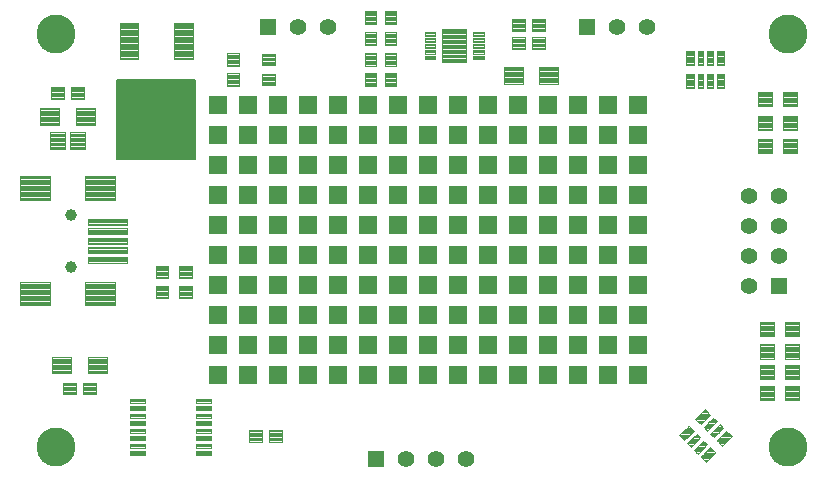
<source format=gts>
G75*
G70*
%OFA0B0*%
%FSLAX24Y24*%
%IPPOS*%
%LPD*%
%AMOC8*
5,1,8,0,0,1.08239X$1,22.5*
%
%ADD10C,0.0043*%
%ADD11C,0.0041*%
%ADD12C,0.0041*%
%ADD13C,0.0040*%
%ADD14C,0.0041*%
%ADD15C,0.0044*%
%ADD16R,0.0555X0.0555*%
%ADD17C,0.0555*%
%ADD18C,0.0041*%
%ADD19C,0.0040*%
%ADD20C,0.0394*%
%ADD21C,0.0054*%
%ADD22C,0.0040*%
%ADD23C,0.0043*%
%ADD24C,0.1300*%
%ADD25R,0.0640X0.0640*%
%ADD26C,0.0041*%
D10*
X006529Y007156D02*
X006959Y007156D01*
X006959Y006764D01*
X006529Y006764D01*
X006529Y007156D01*
X006529Y006806D02*
X006959Y006806D01*
X006959Y006848D02*
X006529Y006848D01*
X006529Y006890D02*
X006959Y006890D01*
X006959Y006932D02*
X006529Y006932D01*
X006529Y006974D02*
X006959Y006974D01*
X006959Y007016D02*
X006529Y007016D01*
X006529Y007058D02*
X006959Y007058D01*
X006959Y007100D02*
X006529Y007100D01*
X006529Y007142D02*
X006959Y007142D01*
X007199Y007156D02*
X007629Y007156D01*
X007629Y006764D01*
X007199Y006764D01*
X007199Y007156D01*
X007199Y006806D02*
X007629Y006806D01*
X007629Y006848D02*
X007199Y006848D01*
X007199Y006890D02*
X007629Y006890D01*
X007629Y006932D02*
X007199Y006932D01*
X007199Y006974D02*
X007629Y006974D01*
X007629Y007016D02*
X007199Y007016D01*
X007199Y007058D02*
X007629Y007058D01*
X007629Y007100D02*
X007199Y007100D01*
X007199Y007142D02*
X007629Y007142D01*
X009620Y009973D02*
X009620Y010365D01*
X010050Y010365D01*
X010050Y009973D01*
X009620Y009973D01*
X009620Y010015D02*
X010050Y010015D01*
X010050Y010057D02*
X009620Y010057D01*
X009620Y010099D02*
X010050Y010099D01*
X010050Y010141D02*
X009620Y010141D01*
X009620Y010183D02*
X010050Y010183D01*
X010050Y010225D02*
X009620Y010225D01*
X009620Y010267D02*
X010050Y010267D01*
X010050Y010309D02*
X009620Y010309D01*
X009620Y010351D02*
X010050Y010351D01*
X009620Y010642D02*
X009620Y011034D01*
X010050Y011034D01*
X010050Y010642D01*
X009620Y010642D01*
X009620Y010684D02*
X010050Y010684D01*
X010050Y010726D02*
X009620Y010726D01*
X009620Y010768D02*
X010050Y010768D01*
X010050Y010810D02*
X009620Y010810D01*
X009620Y010852D02*
X010050Y010852D01*
X010050Y010894D02*
X009620Y010894D01*
X009620Y010936D02*
X010050Y010936D01*
X010050Y010978D02*
X009620Y010978D01*
X009620Y011020D02*
X010050Y011020D01*
X010407Y011034D02*
X010407Y010642D01*
X010407Y011034D02*
X010837Y011034D01*
X010837Y010642D01*
X010407Y010642D01*
X010407Y010684D02*
X010837Y010684D01*
X010837Y010726D02*
X010407Y010726D01*
X010407Y010768D02*
X010837Y010768D01*
X010837Y010810D02*
X010407Y010810D01*
X010407Y010852D02*
X010837Y010852D01*
X010837Y010894D02*
X010407Y010894D01*
X010407Y010936D02*
X010837Y010936D01*
X010837Y010978D02*
X010407Y010978D01*
X010407Y011020D02*
X010837Y011020D01*
X010407Y010365D02*
X010407Y009973D01*
X010407Y010365D02*
X010837Y010365D01*
X010837Y009973D01*
X010407Y009973D01*
X010407Y010015D02*
X010837Y010015D01*
X010837Y010057D02*
X010407Y010057D01*
X010407Y010099D02*
X010837Y010099D01*
X010837Y010141D02*
X010407Y010141D01*
X010407Y010183D02*
X010837Y010183D01*
X010837Y010225D02*
X010407Y010225D01*
X010407Y010267D02*
X010837Y010267D01*
X010837Y010309D02*
X010407Y010309D01*
X010407Y010351D02*
X010837Y010351D01*
X012730Y005189D02*
X013160Y005189D01*
X012730Y005189D02*
X012730Y005581D01*
X013160Y005581D01*
X013160Y005189D01*
X013160Y005231D02*
X012730Y005231D01*
X012730Y005273D02*
X013160Y005273D01*
X013160Y005315D02*
X012730Y005315D01*
X012730Y005357D02*
X013160Y005357D01*
X013160Y005399D02*
X012730Y005399D01*
X012730Y005441D02*
X013160Y005441D01*
X013160Y005483D02*
X012730Y005483D01*
X012730Y005525D02*
X013160Y005525D01*
X013160Y005567D02*
X012730Y005567D01*
X013399Y005189D02*
X013829Y005189D01*
X013399Y005189D02*
X013399Y005581D01*
X013829Y005581D01*
X013829Y005189D01*
X013829Y005231D02*
X013399Y005231D01*
X013399Y005273D02*
X013829Y005273D01*
X013829Y005315D02*
X013399Y005315D01*
X013399Y005357D02*
X013829Y005357D01*
X013829Y005399D02*
X013399Y005399D01*
X013399Y005441D02*
X013829Y005441D01*
X013829Y005483D02*
X013399Y005483D01*
X013399Y005525D02*
X013829Y005525D01*
X013829Y005567D02*
X013399Y005567D01*
X007235Y016999D02*
X006805Y016999D01*
X007235Y016999D02*
X007235Y016607D01*
X006805Y016607D01*
X006805Y016999D01*
X006805Y016649D02*
X007235Y016649D01*
X007235Y016691D02*
X006805Y016691D01*
X006805Y016733D02*
X007235Y016733D01*
X007235Y016775D02*
X006805Y016775D01*
X006805Y016817D02*
X007235Y016817D01*
X007235Y016859D02*
X006805Y016859D01*
X006805Y016901D02*
X007235Y016901D01*
X007235Y016943D02*
X006805Y016943D01*
X006805Y016985D02*
X007235Y016985D01*
X006566Y016999D02*
X006136Y016999D01*
X006566Y016999D02*
X006566Y016607D01*
X006136Y016607D01*
X006136Y016999D01*
X006136Y016649D02*
X006566Y016649D01*
X006566Y016691D02*
X006136Y016691D01*
X006136Y016733D02*
X006566Y016733D01*
X006566Y016775D02*
X006136Y016775D01*
X006136Y016817D02*
X006566Y016817D01*
X006566Y016859D02*
X006136Y016859D01*
X006136Y016901D02*
X006566Y016901D01*
X006566Y016943D02*
X006136Y016943D01*
X006136Y016985D02*
X006566Y016985D01*
X012001Y017040D02*
X012001Y017470D01*
X012393Y017470D01*
X012393Y017040D01*
X012001Y017040D01*
X012001Y017082D02*
X012393Y017082D01*
X012393Y017124D02*
X012001Y017124D01*
X012001Y017166D02*
X012393Y017166D01*
X012393Y017208D02*
X012001Y017208D01*
X012001Y017250D02*
X012393Y017250D01*
X012393Y017292D02*
X012001Y017292D01*
X012001Y017334D02*
X012393Y017334D01*
X012393Y017376D02*
X012001Y017376D01*
X012001Y017418D02*
X012393Y017418D01*
X012393Y017460D02*
X012001Y017460D01*
X012001Y017710D02*
X012001Y018140D01*
X012393Y018140D01*
X012393Y017710D01*
X012001Y017710D01*
X012001Y017752D02*
X012393Y017752D01*
X012393Y017794D02*
X012001Y017794D01*
X012001Y017836D02*
X012393Y017836D01*
X012393Y017878D02*
X012001Y017878D01*
X012001Y017920D02*
X012393Y017920D01*
X012393Y017962D02*
X012001Y017962D01*
X012001Y018004D02*
X012393Y018004D01*
X012393Y018046D02*
X012001Y018046D01*
X012001Y018088D02*
X012393Y018088D01*
X012393Y018130D02*
X012001Y018130D01*
X013163Y018121D02*
X013163Y017729D01*
X013163Y018121D02*
X013593Y018121D01*
X013593Y017729D01*
X013163Y017729D01*
X013163Y017771D02*
X013593Y017771D01*
X013593Y017813D02*
X013163Y017813D01*
X013163Y017855D02*
X013593Y017855D01*
X013593Y017897D02*
X013163Y017897D01*
X013163Y017939D02*
X013593Y017939D01*
X013593Y017981D02*
X013163Y017981D01*
X013163Y018023D02*
X013593Y018023D01*
X013593Y018065D02*
X013163Y018065D01*
X013163Y018107D02*
X013593Y018107D01*
X013163Y017451D02*
X013163Y017059D01*
X013163Y017451D02*
X013593Y017451D01*
X013593Y017059D01*
X013163Y017059D01*
X013163Y017101D02*
X013593Y017101D01*
X013593Y017143D02*
X013163Y017143D01*
X013163Y017185D02*
X013593Y017185D01*
X013593Y017227D02*
X013163Y017227D01*
X013163Y017269D02*
X013593Y017269D01*
X013593Y017311D02*
X013163Y017311D01*
X013163Y017353D02*
X013593Y017353D01*
X013593Y017395D02*
X013163Y017395D01*
X013163Y017437D02*
X013593Y017437D01*
X016588Y017460D02*
X016980Y017460D01*
X016980Y017030D01*
X016588Y017030D01*
X016588Y017460D01*
X016588Y017072D02*
X016980Y017072D01*
X016980Y017114D02*
X016588Y017114D01*
X016588Y017156D02*
X016980Y017156D01*
X016980Y017198D02*
X016588Y017198D01*
X016588Y017240D02*
X016980Y017240D01*
X016980Y017282D02*
X016588Y017282D01*
X016588Y017324D02*
X016980Y017324D01*
X016980Y017366D02*
X016588Y017366D01*
X016588Y017408D02*
X016980Y017408D01*
X016980Y017450D02*
X016588Y017450D01*
X016588Y018149D02*
X016980Y018149D01*
X016980Y017719D01*
X016588Y017719D01*
X016588Y018149D01*
X016588Y017761D02*
X016980Y017761D01*
X016980Y017803D02*
X016588Y017803D01*
X016588Y017845D02*
X016980Y017845D01*
X016980Y017887D02*
X016588Y017887D01*
X016588Y017929D02*
X016980Y017929D01*
X016980Y017971D02*
X016588Y017971D01*
X016588Y018013D02*
X016980Y018013D01*
X016980Y018055D02*
X016588Y018055D01*
X016588Y018097D02*
X016980Y018097D01*
X016980Y018139D02*
X016588Y018139D01*
X016588Y018838D02*
X016980Y018838D01*
X016980Y018408D01*
X016588Y018408D01*
X016588Y018838D01*
X016588Y018450D02*
X016980Y018450D01*
X016980Y018492D02*
X016588Y018492D01*
X016588Y018534D02*
X016980Y018534D01*
X016980Y018576D02*
X016588Y018576D01*
X016588Y018618D02*
X016980Y018618D01*
X016980Y018660D02*
X016588Y018660D01*
X016588Y018702D02*
X016980Y018702D01*
X016980Y018744D02*
X016588Y018744D01*
X016588Y018786D02*
X016980Y018786D01*
X016980Y018828D02*
X016588Y018828D01*
X016588Y019097D02*
X016980Y019097D01*
X016588Y019097D02*
X016588Y019527D01*
X016980Y019527D01*
X016980Y019097D01*
X016980Y019139D02*
X016588Y019139D01*
X016588Y019181D02*
X016980Y019181D01*
X016980Y019223D02*
X016588Y019223D01*
X016588Y019265D02*
X016980Y019265D01*
X016980Y019307D02*
X016588Y019307D01*
X016588Y019349D02*
X016980Y019349D01*
X016980Y019391D02*
X016588Y019391D01*
X016588Y019433D02*
X016980Y019433D01*
X016980Y019475D02*
X016588Y019475D01*
X016588Y019517D02*
X016980Y019517D01*
X017257Y019097D02*
X017649Y019097D01*
X017257Y019097D02*
X017257Y019527D01*
X017649Y019527D01*
X017649Y019097D01*
X017649Y019139D02*
X017257Y019139D01*
X017257Y019181D02*
X017649Y019181D01*
X017649Y019223D02*
X017257Y019223D01*
X017257Y019265D02*
X017649Y019265D01*
X017649Y019307D02*
X017257Y019307D01*
X017257Y019349D02*
X017649Y019349D01*
X017649Y019391D02*
X017257Y019391D01*
X017257Y019433D02*
X017649Y019433D01*
X017649Y019475D02*
X017257Y019475D01*
X017257Y019517D02*
X017649Y019517D01*
X017649Y018838D02*
X017257Y018838D01*
X017649Y018838D02*
X017649Y018408D01*
X017257Y018408D01*
X017257Y018838D01*
X017257Y018450D02*
X017649Y018450D01*
X017649Y018492D02*
X017257Y018492D01*
X017257Y018534D02*
X017649Y018534D01*
X017649Y018576D02*
X017257Y018576D01*
X017257Y018618D02*
X017649Y018618D01*
X017649Y018660D02*
X017257Y018660D01*
X017257Y018702D02*
X017649Y018702D01*
X017649Y018744D02*
X017257Y018744D01*
X017257Y018786D02*
X017649Y018786D01*
X017649Y018828D02*
X017257Y018828D01*
X017257Y018149D02*
X017649Y018149D01*
X017649Y017719D01*
X017257Y017719D01*
X017257Y018149D01*
X017257Y017761D02*
X017649Y017761D01*
X017649Y017803D02*
X017257Y017803D01*
X017257Y017845D02*
X017649Y017845D01*
X017649Y017887D02*
X017257Y017887D01*
X017257Y017929D02*
X017649Y017929D01*
X017649Y017971D02*
X017257Y017971D01*
X017257Y018013D02*
X017649Y018013D01*
X017649Y018055D02*
X017257Y018055D01*
X017257Y018097D02*
X017649Y018097D01*
X017649Y018139D02*
X017257Y018139D01*
X017257Y017460D02*
X017649Y017460D01*
X017649Y017030D01*
X017257Y017030D01*
X017257Y017460D01*
X017257Y017072D02*
X017649Y017072D01*
X017649Y017114D02*
X017257Y017114D01*
X017257Y017156D02*
X017649Y017156D01*
X017649Y017198D02*
X017257Y017198D01*
X017257Y017240D02*
X017649Y017240D01*
X017649Y017282D02*
X017257Y017282D01*
X017257Y017324D02*
X017649Y017324D01*
X017649Y017366D02*
X017257Y017366D01*
X017257Y017408D02*
X017649Y017408D01*
X017649Y017450D02*
X017257Y017450D01*
X021490Y018280D02*
X021920Y018280D01*
X021490Y018280D02*
X021490Y018672D01*
X021920Y018672D01*
X021920Y018280D01*
X021920Y018322D02*
X021490Y018322D01*
X021490Y018364D02*
X021920Y018364D01*
X021920Y018406D02*
X021490Y018406D01*
X021490Y018448D02*
X021920Y018448D01*
X021920Y018490D02*
X021490Y018490D01*
X021490Y018532D02*
X021920Y018532D01*
X021920Y018574D02*
X021490Y018574D01*
X021490Y018616D02*
X021920Y018616D01*
X021920Y018658D02*
X021490Y018658D01*
X022159Y018280D02*
X022589Y018280D01*
X022159Y018280D02*
X022159Y018672D01*
X022589Y018672D01*
X022589Y018280D01*
X022589Y018322D02*
X022159Y018322D01*
X022159Y018364D02*
X022589Y018364D01*
X022589Y018406D02*
X022159Y018406D01*
X022159Y018448D02*
X022589Y018448D01*
X022589Y018490D02*
X022159Y018490D01*
X022159Y018532D02*
X022589Y018532D01*
X022589Y018574D02*
X022159Y018574D01*
X022159Y018616D02*
X022589Y018616D01*
X022589Y018658D02*
X022159Y018658D01*
X022159Y018870D02*
X022589Y018870D01*
X022159Y018870D02*
X022159Y019262D01*
X022589Y019262D01*
X022589Y018870D01*
X022589Y018912D02*
X022159Y018912D01*
X022159Y018954D02*
X022589Y018954D01*
X022589Y018996D02*
X022159Y018996D01*
X022159Y019038D02*
X022589Y019038D01*
X022589Y019080D02*
X022159Y019080D01*
X022159Y019122D02*
X022589Y019122D01*
X022589Y019164D02*
X022159Y019164D01*
X022159Y019206D02*
X022589Y019206D01*
X022589Y019248D02*
X022159Y019248D01*
X021920Y018870D02*
X021490Y018870D01*
X021490Y019262D01*
X021920Y019262D01*
X021920Y018870D01*
X021920Y018912D02*
X021490Y018912D01*
X021490Y018954D02*
X021920Y018954D01*
X021920Y018996D02*
X021490Y018996D01*
X021490Y019038D02*
X021920Y019038D01*
X021920Y019080D02*
X021490Y019080D01*
X021490Y019122D02*
X021920Y019122D01*
X021920Y019164D02*
X021490Y019164D01*
X021490Y019206D02*
X021920Y019206D01*
X021920Y019248D02*
X021490Y019248D01*
D11*
X021233Y017118D02*
X021863Y017118D01*
X021233Y017118D02*
X021233Y017668D01*
X021863Y017668D01*
X021863Y017118D01*
X021863Y017158D02*
X021233Y017158D01*
X021233Y017198D02*
X021863Y017198D01*
X021863Y017238D02*
X021233Y017238D01*
X021233Y017278D02*
X021863Y017278D01*
X021863Y017318D02*
X021233Y017318D01*
X021233Y017358D02*
X021863Y017358D01*
X021863Y017398D02*
X021233Y017398D01*
X021233Y017438D02*
X021863Y017438D01*
X021863Y017478D02*
X021233Y017478D01*
X021233Y017518D02*
X021863Y017518D01*
X021863Y017558D02*
X021233Y017558D01*
X021233Y017598D02*
X021863Y017598D01*
X021863Y017638D02*
X021233Y017638D01*
X022414Y017668D02*
X023044Y017668D01*
X023044Y017118D01*
X022414Y017118D01*
X022414Y017668D01*
X022414Y017158D02*
X023044Y017158D01*
X023044Y017198D02*
X022414Y017198D01*
X022414Y017238D02*
X023044Y017238D01*
X023044Y017278D02*
X022414Y017278D01*
X022414Y017318D02*
X023044Y017318D01*
X023044Y017358D02*
X022414Y017358D01*
X022414Y017398D02*
X023044Y017398D01*
X023044Y017438D02*
X022414Y017438D01*
X022414Y017478D02*
X023044Y017478D01*
X023044Y017518D02*
X022414Y017518D01*
X022414Y017558D02*
X023044Y017558D01*
X023044Y017598D02*
X022414Y017598D01*
X022414Y017638D02*
X023044Y017638D01*
X007591Y016290D02*
X006961Y016290D01*
X007591Y016290D02*
X007591Y015740D01*
X006961Y015740D01*
X006961Y016290D01*
X006961Y015780D02*
X007591Y015780D01*
X007591Y015820D02*
X006961Y015820D01*
X006961Y015860D02*
X007591Y015860D01*
X007591Y015900D02*
X006961Y015900D01*
X006961Y015940D02*
X007591Y015940D01*
X007591Y015980D02*
X006961Y015980D01*
X006961Y016020D02*
X007591Y016020D01*
X007591Y016060D02*
X006961Y016060D01*
X006961Y016100D02*
X007591Y016100D01*
X007591Y016140D02*
X006961Y016140D01*
X006961Y016180D02*
X007591Y016180D01*
X007591Y016220D02*
X006961Y016220D01*
X006961Y016260D02*
X007591Y016260D01*
X006410Y015740D02*
X005780Y015740D01*
X005780Y016290D01*
X006410Y016290D01*
X006410Y015740D01*
X006410Y015780D02*
X005780Y015780D01*
X005780Y015820D02*
X006410Y015820D01*
X006410Y015860D02*
X005780Y015860D01*
X005780Y015900D02*
X006410Y015900D01*
X006410Y015940D02*
X005780Y015940D01*
X005780Y015980D02*
X006410Y015980D01*
X006410Y016020D02*
X005780Y016020D01*
X005780Y016060D02*
X006410Y016060D01*
X006410Y016100D02*
X005780Y016100D01*
X005780Y016140D02*
X006410Y016140D01*
X006410Y016180D02*
X005780Y016180D01*
X005780Y016220D02*
X006410Y016220D01*
X006410Y016260D02*
X005780Y016260D01*
X006174Y007472D02*
X006804Y007472D01*
X006174Y007472D02*
X006174Y008022D01*
X006804Y008022D01*
X006804Y007472D01*
X006804Y007512D02*
X006174Y007512D01*
X006174Y007552D02*
X006804Y007552D01*
X006804Y007592D02*
X006174Y007592D01*
X006174Y007632D02*
X006804Y007632D01*
X006804Y007672D02*
X006174Y007672D01*
X006174Y007712D02*
X006804Y007712D01*
X006804Y007752D02*
X006174Y007752D01*
X006174Y007792D02*
X006804Y007792D01*
X006804Y007832D02*
X006174Y007832D01*
X006174Y007872D02*
X006804Y007872D01*
X006804Y007912D02*
X006174Y007912D01*
X006174Y007952D02*
X006804Y007952D01*
X006804Y007992D02*
X006174Y007992D01*
X007355Y008022D02*
X007985Y008022D01*
X007985Y007472D01*
X007355Y007472D01*
X007355Y008022D01*
X007355Y007512D02*
X007985Y007512D01*
X007985Y007552D02*
X007355Y007552D01*
X007355Y007592D02*
X007985Y007592D01*
X007985Y007632D02*
X007355Y007632D01*
X007355Y007672D02*
X007985Y007672D01*
X007985Y007712D02*
X007355Y007712D01*
X007355Y007752D02*
X007985Y007752D01*
X007985Y007792D02*
X007355Y007792D01*
X007355Y007832D02*
X007985Y007832D01*
X007985Y007872D02*
X007355Y007872D01*
X007355Y007912D02*
X007985Y007912D01*
X007985Y007952D02*
X007355Y007952D01*
X007355Y007992D02*
X007985Y007992D01*
D12*
X018941Y017923D02*
X018941Y018045D01*
X018941Y017923D02*
X018591Y017923D01*
X018591Y018045D01*
X018941Y018045D01*
X018941Y017963D02*
X018591Y017963D01*
X018591Y018003D02*
X018941Y018003D01*
X018941Y018043D02*
X018591Y018043D01*
X018941Y018119D02*
X018941Y018241D01*
X018941Y018119D02*
X018591Y018119D01*
X018591Y018241D01*
X018941Y018241D01*
X018941Y018159D02*
X018591Y018159D01*
X018591Y018199D02*
X018941Y018199D01*
X018941Y018239D02*
X018591Y018239D01*
X018941Y018316D02*
X018941Y018438D01*
X018941Y018316D02*
X018591Y018316D01*
X018591Y018438D01*
X018941Y018438D01*
X018941Y018356D02*
X018591Y018356D01*
X018591Y018396D02*
X018941Y018396D01*
X018941Y018436D02*
X018591Y018436D01*
X018941Y018513D02*
X018941Y018635D01*
X018941Y018513D02*
X018591Y018513D01*
X018591Y018635D01*
X018941Y018635D01*
X018941Y018553D02*
X018591Y018553D01*
X018591Y018593D02*
X018941Y018593D01*
X018941Y018633D02*
X018591Y018633D01*
X018941Y018710D02*
X018941Y018832D01*
X018941Y018710D02*
X018591Y018710D01*
X018591Y018832D01*
X018941Y018832D01*
X018941Y018750D02*
X018591Y018750D01*
X018591Y018790D02*
X018941Y018790D01*
X018941Y018830D02*
X018591Y018830D01*
X020551Y018832D02*
X020551Y018710D01*
X020201Y018710D01*
X020201Y018832D01*
X020551Y018832D01*
X020551Y018750D02*
X020201Y018750D01*
X020201Y018790D02*
X020551Y018790D01*
X020551Y018830D02*
X020201Y018830D01*
X020551Y018635D02*
X020551Y018513D01*
X020201Y018513D01*
X020201Y018635D01*
X020551Y018635D01*
X020551Y018553D02*
X020201Y018553D01*
X020201Y018593D02*
X020551Y018593D01*
X020551Y018633D02*
X020201Y018633D01*
X020551Y018438D02*
X020551Y018316D01*
X020201Y018316D01*
X020201Y018438D01*
X020551Y018438D01*
X020551Y018356D02*
X020201Y018356D01*
X020201Y018396D02*
X020551Y018396D01*
X020551Y018436D02*
X020201Y018436D01*
X020551Y018241D02*
X020551Y018119D01*
X020201Y018119D01*
X020201Y018241D01*
X020551Y018241D01*
X020551Y018159D02*
X020201Y018159D01*
X020201Y018199D02*
X020551Y018199D01*
X020551Y018239D02*
X020201Y018239D01*
X020551Y018045D02*
X020551Y017923D01*
X020201Y017923D01*
X020201Y018045D01*
X020551Y018045D01*
X020551Y017963D02*
X020201Y017963D01*
X020201Y018003D02*
X020551Y018003D01*
X020551Y018043D02*
X020201Y018043D01*
X027702Y018200D02*
X027874Y018200D01*
X027874Y017748D01*
X027702Y017748D01*
X027702Y018200D01*
X027702Y017788D02*
X027874Y017788D01*
X027874Y017828D02*
X027702Y017828D01*
X027702Y017868D02*
X027874Y017868D01*
X027874Y017908D02*
X027702Y017908D01*
X027702Y017948D02*
X027874Y017948D01*
X027874Y017988D02*
X027702Y017988D01*
X027702Y018028D02*
X027874Y018028D01*
X027874Y018068D02*
X027702Y018068D01*
X027702Y018108D02*
X027874Y018108D01*
X027874Y018148D02*
X027702Y018148D01*
X027702Y018188D02*
X027874Y018188D01*
X028017Y018200D02*
X028189Y018200D01*
X028189Y017748D01*
X028017Y017748D01*
X028017Y018200D01*
X028017Y017788D02*
X028189Y017788D01*
X028189Y017828D02*
X028017Y017828D01*
X028017Y017868D02*
X028189Y017868D01*
X028189Y017908D02*
X028017Y017908D01*
X028017Y017948D02*
X028189Y017948D01*
X028189Y017988D02*
X028017Y017988D01*
X028017Y018028D02*
X028189Y018028D01*
X028189Y018068D02*
X028017Y018068D01*
X028017Y018108D02*
X028189Y018108D01*
X028189Y018148D02*
X028017Y018148D01*
X028017Y018188D02*
X028189Y018188D01*
X028189Y017432D02*
X028017Y017432D01*
X028189Y017432D02*
X028189Y016980D01*
X028017Y016980D01*
X028017Y017432D01*
X028017Y017020D02*
X028189Y017020D01*
X028189Y017060D02*
X028017Y017060D01*
X028017Y017100D02*
X028189Y017100D01*
X028189Y017140D02*
X028017Y017140D01*
X028017Y017180D02*
X028189Y017180D01*
X028189Y017220D02*
X028017Y017220D01*
X028017Y017260D02*
X028189Y017260D01*
X028189Y017300D02*
X028017Y017300D01*
X028017Y017340D02*
X028189Y017340D01*
X028189Y017380D02*
X028017Y017380D01*
X028017Y017420D02*
X028189Y017420D01*
X027874Y017432D02*
X027702Y017432D01*
X027874Y017432D02*
X027874Y016980D01*
X027702Y016980D01*
X027702Y017432D01*
X027702Y017020D02*
X027874Y017020D01*
X027874Y017060D02*
X027702Y017060D01*
X027702Y017100D02*
X027874Y017100D01*
X027874Y017140D02*
X027702Y017140D01*
X027702Y017180D02*
X027874Y017180D01*
X027874Y017220D02*
X027702Y017220D01*
X027702Y017260D02*
X027874Y017260D01*
X027874Y017300D02*
X027702Y017300D01*
X027702Y017340D02*
X027874Y017340D01*
X027874Y017380D02*
X027702Y017380D01*
X027702Y017420D02*
X027874Y017420D01*
X027885Y005670D02*
X028007Y005548D01*
X027885Y005670D02*
X028203Y005988D01*
X028325Y005866D01*
X028007Y005548D01*
X028047Y005588D02*
X027967Y005588D01*
X027927Y005628D02*
X028087Y005628D01*
X028127Y005668D02*
X027887Y005668D01*
X027923Y005708D02*
X028167Y005708D01*
X028207Y005748D02*
X027963Y005748D01*
X028003Y005788D02*
X028247Y005788D01*
X028287Y005828D02*
X028043Y005828D01*
X028083Y005868D02*
X028323Y005868D01*
X028283Y005908D02*
X028123Y005908D01*
X028163Y005948D02*
X028243Y005948D01*
X028203Y005988D02*
X028203Y005988D01*
X028108Y005447D02*
X028230Y005325D01*
X028108Y005447D02*
X028426Y005765D01*
X028548Y005643D01*
X028230Y005325D01*
X028270Y005365D02*
X028190Y005365D01*
X028150Y005405D02*
X028310Y005405D01*
X028350Y005445D02*
X028110Y005445D01*
X028146Y005485D02*
X028390Y005485D01*
X028430Y005525D02*
X028186Y005525D01*
X028226Y005565D02*
X028470Y005565D01*
X028510Y005605D02*
X028266Y005605D01*
X028306Y005645D02*
X028546Y005645D01*
X028506Y005685D02*
X028346Y005685D01*
X028386Y005725D02*
X028466Y005725D01*
X028426Y005765D02*
X028426Y005765D01*
X027565Y004904D02*
X027687Y004782D01*
X027565Y004904D02*
X027883Y005222D01*
X028005Y005100D01*
X027687Y004782D01*
X027727Y004822D02*
X027647Y004822D01*
X027607Y004862D02*
X027767Y004862D01*
X027807Y004902D02*
X027567Y004902D01*
X027603Y004942D02*
X027847Y004942D01*
X027887Y004982D02*
X027643Y004982D01*
X027683Y005022D02*
X027927Y005022D01*
X027967Y005062D02*
X027723Y005062D01*
X027763Y005102D02*
X028003Y005102D01*
X027963Y005142D02*
X027803Y005142D01*
X027843Y005182D02*
X027923Y005182D01*
X027883Y005222D02*
X027883Y005222D01*
X027464Y005005D02*
X027342Y005127D01*
X027660Y005445D01*
X027782Y005323D01*
X027464Y005005D01*
X027504Y005045D02*
X027424Y005045D01*
X027384Y005085D02*
X027544Y005085D01*
X027584Y005125D02*
X027344Y005125D01*
X027380Y005165D02*
X027624Y005165D01*
X027664Y005205D02*
X027420Y005205D01*
X027460Y005245D02*
X027704Y005245D01*
X027744Y005285D02*
X027500Y005285D01*
X027540Y005325D02*
X027780Y005325D01*
X027740Y005365D02*
X027580Y005365D01*
X027620Y005405D02*
X027700Y005405D01*
X027660Y005445D02*
X027660Y005445D01*
D13*
X027241Y005227D02*
X027066Y005402D01*
X027385Y005721D01*
X027560Y005546D01*
X027241Y005227D01*
X027280Y005266D02*
X027202Y005266D01*
X027163Y005305D02*
X027319Y005305D01*
X027358Y005344D02*
X027124Y005344D01*
X027085Y005383D02*
X027397Y005383D01*
X027436Y005422D02*
X027086Y005422D01*
X027125Y005461D02*
X027475Y005461D01*
X027514Y005500D02*
X027164Y005500D01*
X027203Y005539D02*
X027553Y005539D01*
X027528Y005578D02*
X027242Y005578D01*
X027281Y005617D02*
X027489Y005617D01*
X027450Y005656D02*
X027320Y005656D01*
X027359Y005695D02*
X027411Y005695D01*
X027609Y005945D02*
X027784Y005770D01*
X027609Y005945D02*
X027928Y006264D01*
X028103Y006089D01*
X027784Y005770D01*
X027823Y005809D02*
X027745Y005809D01*
X027706Y005848D02*
X027862Y005848D01*
X027901Y005887D02*
X027667Y005887D01*
X027628Y005926D02*
X027940Y005926D01*
X027979Y005965D02*
X027629Y005965D01*
X027668Y006004D02*
X028018Y006004D01*
X028057Y006043D02*
X027707Y006043D01*
X027746Y006082D02*
X028096Y006082D01*
X028071Y006121D02*
X027785Y006121D01*
X027824Y006160D02*
X028032Y006160D01*
X027993Y006199D02*
X027863Y006199D01*
X027902Y006238D02*
X027954Y006238D01*
X028330Y005224D02*
X028505Y005049D01*
X028330Y005224D02*
X028649Y005543D01*
X028824Y005368D01*
X028505Y005049D01*
X028544Y005088D02*
X028466Y005088D01*
X028427Y005127D02*
X028583Y005127D01*
X028622Y005166D02*
X028388Y005166D01*
X028349Y005205D02*
X028661Y005205D01*
X028700Y005244D02*
X028350Y005244D01*
X028389Y005283D02*
X028739Y005283D01*
X028778Y005322D02*
X028428Y005322D01*
X028467Y005361D02*
X028817Y005361D01*
X028792Y005400D02*
X028506Y005400D01*
X028545Y005439D02*
X028753Y005439D01*
X028714Y005478D02*
X028584Y005478D01*
X028623Y005517D02*
X028675Y005517D01*
X027787Y004681D02*
X027962Y004506D01*
X027787Y004681D02*
X028106Y005000D01*
X028281Y004825D01*
X027962Y004506D01*
X028001Y004545D02*
X027923Y004545D01*
X027884Y004584D02*
X028040Y004584D01*
X028079Y004623D02*
X027845Y004623D01*
X027806Y004662D02*
X028118Y004662D01*
X028157Y004701D02*
X027807Y004701D01*
X027846Y004740D02*
X028196Y004740D01*
X028235Y004779D02*
X027885Y004779D01*
X027924Y004818D02*
X028274Y004818D01*
X028249Y004857D02*
X027963Y004857D01*
X028002Y004896D02*
X028210Y004896D01*
X028171Y004935D02*
X028041Y004935D01*
X028080Y004974D02*
X028132Y004974D01*
X028331Y017432D02*
X028579Y017432D01*
X028579Y016980D01*
X028331Y016980D01*
X028331Y017432D01*
X028331Y017019D02*
X028579Y017019D01*
X028579Y017058D02*
X028331Y017058D01*
X028331Y017097D02*
X028579Y017097D01*
X028579Y017136D02*
X028331Y017136D01*
X028331Y017175D02*
X028579Y017175D01*
X028579Y017214D02*
X028331Y017214D01*
X028331Y017253D02*
X028579Y017253D01*
X028579Y017292D02*
X028331Y017292D01*
X028331Y017331D02*
X028579Y017331D01*
X028579Y017370D02*
X028331Y017370D01*
X028331Y017409D02*
X028579Y017409D01*
X028579Y018200D02*
X028331Y018200D01*
X028579Y018200D02*
X028579Y017748D01*
X028331Y017748D01*
X028331Y018200D01*
X028331Y017787D02*
X028579Y017787D01*
X028579Y017826D02*
X028331Y017826D01*
X028331Y017865D02*
X028579Y017865D01*
X028579Y017904D02*
X028331Y017904D01*
X028331Y017943D02*
X028579Y017943D01*
X028579Y017982D02*
X028331Y017982D01*
X028331Y018021D02*
X028579Y018021D01*
X028579Y018060D02*
X028331Y018060D01*
X028331Y018099D02*
X028579Y018099D01*
X028579Y018138D02*
X028331Y018138D01*
X028331Y018177D02*
X028579Y018177D01*
X027559Y018200D02*
X027311Y018200D01*
X027559Y018200D02*
X027559Y017748D01*
X027311Y017748D01*
X027311Y018200D01*
X027311Y017787D02*
X027559Y017787D01*
X027559Y017826D02*
X027311Y017826D01*
X027311Y017865D02*
X027559Y017865D01*
X027559Y017904D02*
X027311Y017904D01*
X027311Y017943D02*
X027559Y017943D01*
X027559Y017982D02*
X027311Y017982D01*
X027311Y018021D02*
X027559Y018021D01*
X027559Y018060D02*
X027311Y018060D01*
X027311Y018099D02*
X027559Y018099D01*
X027559Y018138D02*
X027311Y018138D01*
X027311Y018177D02*
X027559Y018177D01*
X027559Y017432D02*
X027311Y017432D01*
X027559Y017432D02*
X027559Y016980D01*
X027311Y016980D01*
X027311Y017432D01*
X027311Y017019D02*
X027559Y017019D01*
X027559Y017058D02*
X027311Y017058D01*
X027311Y017097D02*
X027559Y017097D01*
X027559Y017136D02*
X027311Y017136D01*
X027311Y017175D02*
X027559Y017175D01*
X027559Y017214D02*
X027311Y017214D01*
X027311Y017253D02*
X027559Y017253D01*
X027559Y017292D02*
X027311Y017292D01*
X027311Y017331D02*
X027559Y017331D01*
X027559Y017370D02*
X027311Y017370D01*
X027311Y017409D02*
X027559Y017409D01*
D14*
X029707Y016842D02*
X029707Y016370D01*
X029707Y016842D02*
X030179Y016842D01*
X030179Y016370D01*
X029707Y016370D01*
X029707Y016410D02*
X030179Y016410D01*
X030179Y016450D02*
X029707Y016450D01*
X029707Y016490D02*
X030179Y016490D01*
X030179Y016530D02*
X029707Y016530D01*
X029707Y016570D02*
X030179Y016570D01*
X030179Y016610D02*
X029707Y016610D01*
X029707Y016650D02*
X030179Y016650D01*
X030179Y016690D02*
X029707Y016690D01*
X029707Y016730D02*
X030179Y016730D01*
X030179Y016770D02*
X029707Y016770D01*
X029707Y016810D02*
X030179Y016810D01*
X030534Y016842D02*
X030534Y016370D01*
X030534Y016842D02*
X031006Y016842D01*
X031006Y016370D01*
X030534Y016370D01*
X030534Y016410D02*
X031006Y016410D01*
X031006Y016450D02*
X030534Y016450D01*
X030534Y016490D02*
X031006Y016490D01*
X031006Y016530D02*
X030534Y016530D01*
X030534Y016570D02*
X031006Y016570D01*
X031006Y016610D02*
X030534Y016610D01*
X030534Y016650D02*
X031006Y016650D01*
X031006Y016690D02*
X030534Y016690D01*
X030534Y016730D02*
X031006Y016730D01*
X031006Y016770D02*
X030534Y016770D01*
X030534Y016810D02*
X031006Y016810D01*
X030534Y016054D02*
X030534Y015582D01*
X030534Y016054D02*
X031006Y016054D01*
X031006Y015582D01*
X030534Y015582D01*
X030534Y015622D02*
X031006Y015622D01*
X031006Y015662D02*
X030534Y015662D01*
X030534Y015702D02*
X031006Y015702D01*
X031006Y015742D02*
X030534Y015742D01*
X030534Y015782D02*
X031006Y015782D01*
X031006Y015822D02*
X030534Y015822D01*
X030534Y015862D02*
X031006Y015862D01*
X031006Y015902D02*
X030534Y015902D01*
X030534Y015942D02*
X031006Y015942D01*
X031006Y015982D02*
X030534Y015982D01*
X030534Y016022D02*
X031006Y016022D01*
X029707Y016054D02*
X029707Y015582D01*
X029707Y016054D02*
X030179Y016054D01*
X030179Y015582D01*
X029707Y015582D01*
X029707Y015622D02*
X030179Y015622D01*
X030179Y015662D02*
X029707Y015662D01*
X029707Y015702D02*
X030179Y015702D01*
X030179Y015742D02*
X029707Y015742D01*
X029707Y015782D02*
X030179Y015782D01*
X030179Y015822D02*
X029707Y015822D01*
X029707Y015862D02*
X030179Y015862D01*
X030179Y015902D02*
X029707Y015902D01*
X029707Y015942D02*
X030179Y015942D01*
X030179Y015982D02*
X029707Y015982D01*
X029707Y016022D02*
X030179Y016022D01*
X029707Y015267D02*
X029707Y014795D01*
X029707Y015267D02*
X030179Y015267D01*
X030179Y014795D01*
X029707Y014795D01*
X029707Y014835D02*
X030179Y014835D01*
X030179Y014875D02*
X029707Y014875D01*
X029707Y014915D02*
X030179Y014915D01*
X030179Y014955D02*
X029707Y014955D01*
X029707Y014995D02*
X030179Y014995D01*
X030179Y015035D02*
X029707Y015035D01*
X029707Y015075D02*
X030179Y015075D01*
X030179Y015115D02*
X029707Y015115D01*
X029707Y015155D02*
X030179Y015155D01*
X030179Y015195D02*
X029707Y015195D01*
X029707Y015235D02*
X030179Y015235D01*
X030534Y015267D02*
X030534Y014795D01*
X030534Y015267D02*
X031006Y015267D01*
X031006Y014795D01*
X030534Y014795D01*
X030534Y014835D02*
X031006Y014835D01*
X031006Y014875D02*
X030534Y014875D01*
X030534Y014915D02*
X031006Y014915D01*
X031006Y014955D02*
X030534Y014955D01*
X030534Y014995D02*
X031006Y014995D01*
X031006Y015035D02*
X030534Y015035D01*
X030534Y015075D02*
X031006Y015075D01*
X031006Y015115D02*
X030534Y015115D01*
X030534Y015155D02*
X031006Y015155D01*
X031006Y015195D02*
X030534Y015195D01*
X030534Y015235D02*
X031006Y015235D01*
X031063Y009165D02*
X031063Y008693D01*
X030591Y008693D01*
X030591Y009165D01*
X031063Y009165D01*
X031063Y008733D02*
X030591Y008733D01*
X030591Y008773D02*
X031063Y008773D01*
X031063Y008813D02*
X030591Y008813D01*
X030591Y008853D02*
X031063Y008853D01*
X031063Y008893D02*
X030591Y008893D01*
X030591Y008933D02*
X031063Y008933D01*
X031063Y008973D02*
X030591Y008973D01*
X030591Y009013D02*
X031063Y009013D01*
X031063Y009053D02*
X030591Y009053D01*
X030591Y009093D02*
X031063Y009093D01*
X031063Y009133D02*
X030591Y009133D01*
X030236Y009165D02*
X030236Y008693D01*
X029764Y008693D01*
X029764Y009165D01*
X030236Y009165D01*
X030236Y008733D02*
X029764Y008733D01*
X029764Y008773D02*
X030236Y008773D01*
X030236Y008813D02*
X029764Y008813D01*
X029764Y008853D02*
X030236Y008853D01*
X030236Y008893D02*
X029764Y008893D01*
X029764Y008933D02*
X030236Y008933D01*
X030236Y008973D02*
X029764Y008973D01*
X029764Y009013D02*
X030236Y009013D01*
X030236Y009053D02*
X029764Y009053D01*
X029764Y009093D02*
X030236Y009093D01*
X030236Y009133D02*
X029764Y009133D01*
X030236Y008426D02*
X030236Y007954D01*
X029764Y007954D01*
X029764Y008426D01*
X030236Y008426D01*
X030236Y007994D02*
X029764Y007994D01*
X029764Y008034D02*
X030236Y008034D01*
X030236Y008074D02*
X029764Y008074D01*
X029764Y008114D02*
X030236Y008114D01*
X030236Y008154D02*
X029764Y008154D01*
X029764Y008194D02*
X030236Y008194D01*
X030236Y008234D02*
X029764Y008234D01*
X029764Y008274D02*
X030236Y008274D01*
X030236Y008314D02*
X029764Y008314D01*
X029764Y008354D02*
X030236Y008354D01*
X030236Y008394D02*
X029764Y008394D01*
X031063Y008426D02*
X031063Y007954D01*
X030591Y007954D01*
X030591Y008426D01*
X031063Y008426D01*
X031063Y007994D02*
X030591Y007994D01*
X030591Y008034D02*
X031063Y008034D01*
X031063Y008074D02*
X030591Y008074D01*
X030591Y008114D02*
X031063Y008114D01*
X031063Y008154D02*
X030591Y008154D01*
X030591Y008194D02*
X031063Y008194D01*
X031063Y008234D02*
X030591Y008234D01*
X030591Y008274D02*
X031063Y008274D01*
X031063Y008314D02*
X030591Y008314D01*
X030591Y008354D02*
X031063Y008354D01*
X031063Y008394D02*
X030591Y008394D01*
X031063Y007737D02*
X031063Y007265D01*
X030591Y007265D01*
X030591Y007737D01*
X031063Y007737D01*
X031063Y007305D02*
X030591Y007305D01*
X030591Y007345D02*
X031063Y007345D01*
X031063Y007385D02*
X030591Y007385D01*
X030591Y007425D02*
X031063Y007425D01*
X031063Y007465D02*
X030591Y007465D01*
X030591Y007505D02*
X031063Y007505D01*
X031063Y007545D02*
X030591Y007545D01*
X030591Y007585D02*
X031063Y007585D01*
X031063Y007625D02*
X030591Y007625D01*
X030591Y007665D02*
X031063Y007665D01*
X031063Y007705D02*
X030591Y007705D01*
X030236Y007737D02*
X030236Y007265D01*
X029764Y007265D01*
X029764Y007737D01*
X030236Y007737D01*
X030236Y007305D02*
X029764Y007305D01*
X029764Y007345D02*
X030236Y007345D01*
X030236Y007385D02*
X029764Y007385D01*
X029764Y007425D02*
X030236Y007425D01*
X030236Y007465D02*
X029764Y007465D01*
X029764Y007505D02*
X030236Y007505D01*
X030236Y007545D02*
X029764Y007545D01*
X029764Y007585D02*
X030236Y007585D01*
X030236Y007625D02*
X029764Y007625D01*
X029764Y007665D02*
X030236Y007665D01*
X030236Y007705D02*
X029764Y007705D01*
X030236Y007048D02*
X030236Y006576D01*
X029764Y006576D01*
X029764Y007048D01*
X030236Y007048D01*
X030236Y006616D02*
X029764Y006616D01*
X029764Y006656D02*
X030236Y006656D01*
X030236Y006696D02*
X029764Y006696D01*
X029764Y006736D02*
X030236Y006736D01*
X030236Y006776D02*
X029764Y006776D01*
X029764Y006816D02*
X030236Y006816D01*
X030236Y006856D02*
X029764Y006856D01*
X029764Y006896D02*
X030236Y006896D01*
X030236Y006936D02*
X029764Y006936D01*
X029764Y006976D02*
X030236Y006976D01*
X030236Y007016D02*
X029764Y007016D01*
X031063Y007048D02*
X031063Y006576D01*
X030591Y006576D01*
X030591Y007048D01*
X031063Y007048D01*
X031063Y006616D02*
X030591Y006616D01*
X030591Y006656D02*
X031063Y006656D01*
X031063Y006696D02*
X030591Y006696D01*
X030591Y006736D02*
X031063Y006736D01*
X031063Y006776D02*
X030591Y006776D01*
X030591Y006816D02*
X031063Y006816D01*
X031063Y006856D02*
X030591Y006856D01*
X030591Y006896D02*
X031063Y006896D01*
X031063Y006936D02*
X030591Y006936D01*
X030591Y006976D02*
X031063Y006976D01*
X031063Y007016D02*
X030591Y007016D01*
D15*
X007274Y015521D02*
X006766Y015521D01*
X007274Y015521D02*
X007274Y014935D01*
X006766Y014935D01*
X006766Y015521D01*
X006766Y014978D02*
X007274Y014978D01*
X007274Y015021D02*
X006766Y015021D01*
X006766Y015064D02*
X007274Y015064D01*
X007274Y015107D02*
X006766Y015107D01*
X006766Y015150D02*
X007274Y015150D01*
X007274Y015193D02*
X006766Y015193D01*
X006766Y015236D02*
X007274Y015236D01*
X007274Y015279D02*
X006766Y015279D01*
X006766Y015322D02*
X007274Y015322D01*
X007274Y015365D02*
X006766Y015365D01*
X006766Y015408D02*
X007274Y015408D01*
X007274Y015451D02*
X006766Y015451D01*
X006766Y015494D02*
X007274Y015494D01*
X006605Y015521D02*
X006097Y015521D01*
X006605Y015521D02*
X006605Y014935D01*
X006097Y014935D01*
X006097Y015521D01*
X006097Y014978D02*
X006605Y014978D01*
X006605Y015021D02*
X006097Y015021D01*
X006097Y015064D02*
X006605Y015064D01*
X006605Y015107D02*
X006097Y015107D01*
X006097Y015150D02*
X006605Y015150D01*
X006605Y015193D02*
X006097Y015193D01*
X006097Y015236D02*
X006605Y015236D01*
X006605Y015279D02*
X006097Y015279D01*
X006097Y015322D02*
X006605Y015322D01*
X006605Y015365D02*
X006097Y015365D01*
X006097Y015408D02*
X006605Y015408D01*
X006605Y015451D02*
X006097Y015451D01*
X006097Y015494D02*
X006605Y015494D01*
D16*
X013378Y019017D03*
X024008Y019017D03*
X030414Y010381D03*
X016971Y004598D03*
D17*
X017971Y004598D03*
X018971Y004598D03*
X019971Y004598D03*
X029414Y010381D03*
X029414Y011381D03*
X030414Y011381D03*
X030414Y012381D03*
X029414Y012381D03*
X029414Y013381D03*
X030414Y013381D03*
X026008Y019017D03*
X025008Y019017D03*
X015378Y019017D03*
X014378Y019017D03*
D18*
X007276Y014026D02*
X007276Y013240D01*
X007276Y014026D02*
X008260Y014026D01*
X008260Y013240D01*
X007276Y013240D01*
X007276Y013280D02*
X008260Y013280D01*
X008260Y013320D02*
X007276Y013320D01*
X007276Y013360D02*
X008260Y013360D01*
X008260Y013400D02*
X007276Y013400D01*
X007276Y013440D02*
X008260Y013440D01*
X008260Y013480D02*
X007276Y013480D01*
X007276Y013520D02*
X008260Y013520D01*
X008260Y013560D02*
X007276Y013560D01*
X007276Y013600D02*
X008260Y013600D01*
X008260Y013640D02*
X007276Y013640D01*
X007276Y013680D02*
X008260Y013680D01*
X008260Y013720D02*
X007276Y013720D01*
X007276Y013760D02*
X008260Y013760D01*
X008260Y013800D02*
X007276Y013800D01*
X007276Y013840D02*
X008260Y013840D01*
X008260Y013880D02*
X007276Y013880D01*
X007276Y013920D02*
X008260Y013920D01*
X008260Y013960D02*
X007276Y013960D01*
X007276Y014000D02*
X008260Y014000D01*
X005111Y014026D02*
X005111Y013240D01*
X005111Y014026D02*
X006095Y014026D01*
X006095Y013240D01*
X005111Y013240D01*
X005111Y013280D02*
X006095Y013280D01*
X006095Y013320D02*
X005111Y013320D01*
X005111Y013360D02*
X006095Y013360D01*
X006095Y013400D02*
X005111Y013400D01*
X005111Y013440D02*
X006095Y013440D01*
X006095Y013480D02*
X005111Y013480D01*
X005111Y013520D02*
X006095Y013520D01*
X006095Y013560D02*
X005111Y013560D01*
X005111Y013600D02*
X006095Y013600D01*
X006095Y013640D02*
X005111Y013640D01*
X005111Y013680D02*
X006095Y013680D01*
X006095Y013720D02*
X005111Y013720D01*
X005111Y013760D02*
X006095Y013760D01*
X006095Y013800D02*
X005111Y013800D01*
X005111Y013840D02*
X006095Y013840D01*
X006095Y013880D02*
X005111Y013880D01*
X005111Y013920D02*
X006095Y013920D01*
X006095Y013960D02*
X005111Y013960D01*
X005111Y014000D02*
X006095Y014000D01*
X005111Y010522D02*
X005111Y009736D01*
X005111Y010522D02*
X006095Y010522D01*
X006095Y009736D01*
X005111Y009736D01*
X005111Y009776D02*
X006095Y009776D01*
X006095Y009816D02*
X005111Y009816D01*
X005111Y009856D02*
X006095Y009856D01*
X006095Y009896D02*
X005111Y009896D01*
X005111Y009936D02*
X006095Y009936D01*
X006095Y009976D02*
X005111Y009976D01*
X005111Y010016D02*
X006095Y010016D01*
X006095Y010056D02*
X005111Y010056D01*
X005111Y010096D02*
X006095Y010096D01*
X006095Y010136D02*
X005111Y010136D01*
X005111Y010176D02*
X006095Y010176D01*
X006095Y010216D02*
X005111Y010216D01*
X005111Y010256D02*
X006095Y010256D01*
X006095Y010296D02*
X005111Y010296D01*
X005111Y010336D02*
X006095Y010336D01*
X006095Y010376D02*
X005111Y010376D01*
X005111Y010416D02*
X006095Y010416D01*
X006095Y010456D02*
X005111Y010456D01*
X005111Y010496D02*
X006095Y010496D01*
X007276Y010522D02*
X007276Y009736D01*
X007276Y010522D02*
X008260Y010522D01*
X008260Y009736D01*
X007276Y009736D01*
X007276Y009776D02*
X008260Y009776D01*
X008260Y009816D02*
X007276Y009816D01*
X007276Y009856D02*
X008260Y009856D01*
X008260Y009896D02*
X007276Y009896D01*
X007276Y009936D02*
X008260Y009936D01*
X008260Y009976D02*
X007276Y009976D01*
X007276Y010016D02*
X008260Y010016D01*
X008260Y010056D02*
X007276Y010056D01*
X007276Y010096D02*
X008260Y010096D01*
X008260Y010136D02*
X007276Y010136D01*
X007276Y010176D02*
X008260Y010176D01*
X008260Y010216D02*
X007276Y010216D01*
X007276Y010256D02*
X008260Y010256D01*
X008260Y010296D02*
X007276Y010296D01*
X007276Y010336D02*
X008260Y010336D01*
X008260Y010376D02*
X007276Y010376D01*
X007276Y010416D02*
X008260Y010416D01*
X008260Y010456D02*
X007276Y010456D01*
X007276Y010496D02*
X008260Y010496D01*
D19*
X007355Y011153D02*
X007355Y011349D01*
X008653Y011349D01*
X008653Y011153D01*
X007355Y011153D01*
X007355Y011192D02*
X008653Y011192D01*
X008653Y011231D02*
X007355Y011231D01*
X007355Y011270D02*
X008653Y011270D01*
X008653Y011309D02*
X007355Y011309D01*
X007355Y011348D02*
X008653Y011348D01*
X007355Y011468D02*
X007355Y011664D01*
X008653Y011664D01*
X008653Y011468D01*
X007355Y011468D01*
X007355Y011507D02*
X008653Y011507D01*
X008653Y011546D02*
X007355Y011546D01*
X007355Y011585D02*
X008653Y011585D01*
X008653Y011624D02*
X007355Y011624D01*
X007355Y011663D02*
X008653Y011663D01*
X007355Y011783D02*
X007355Y011979D01*
X008653Y011979D01*
X008653Y011783D01*
X007355Y011783D01*
X007355Y011822D02*
X008653Y011822D01*
X008653Y011861D02*
X007355Y011861D01*
X007355Y011900D02*
X008653Y011900D01*
X008653Y011939D02*
X007355Y011939D01*
X007355Y011978D02*
X008653Y011978D01*
X007355Y012098D02*
X007355Y012294D01*
X008653Y012294D01*
X008653Y012098D01*
X007355Y012098D01*
X007355Y012137D02*
X008653Y012137D01*
X008653Y012176D02*
X007355Y012176D01*
X007355Y012215D02*
X008653Y012215D01*
X008653Y012254D02*
X007355Y012254D01*
X007355Y012293D02*
X008653Y012293D01*
X007355Y012413D02*
X007355Y012609D01*
X008653Y012609D01*
X008653Y012413D01*
X007355Y012413D01*
X007355Y012452D02*
X008653Y012452D01*
X008653Y012491D02*
X007355Y012491D01*
X007355Y012530D02*
X008653Y012530D01*
X008653Y012569D02*
X007355Y012569D01*
X007355Y012608D02*
X008653Y012608D01*
D20*
X006784Y012747D03*
X006784Y011015D03*
D21*
X008326Y017229D02*
X010950Y017229D01*
X010950Y014605D01*
X008326Y014605D01*
X008326Y017229D01*
X008326Y014658D02*
X010950Y014658D01*
X010950Y014711D02*
X008326Y014711D01*
X008326Y014764D02*
X010950Y014764D01*
X010950Y014817D02*
X008326Y014817D01*
X008326Y014870D02*
X010950Y014870D01*
X010950Y014923D02*
X008326Y014923D01*
X008326Y014976D02*
X010950Y014976D01*
X010950Y015029D02*
X008326Y015029D01*
X008326Y015082D02*
X010950Y015082D01*
X010950Y015135D02*
X008326Y015135D01*
X008326Y015188D02*
X010950Y015188D01*
X010950Y015241D02*
X008326Y015241D01*
X008326Y015294D02*
X010950Y015294D01*
X010950Y015347D02*
X008326Y015347D01*
X008326Y015400D02*
X010950Y015400D01*
X010950Y015453D02*
X008326Y015453D01*
X008326Y015506D02*
X010950Y015506D01*
X010950Y015559D02*
X008326Y015559D01*
X008326Y015612D02*
X010950Y015612D01*
X010950Y015665D02*
X008326Y015665D01*
X008326Y015718D02*
X010950Y015718D01*
X010950Y015771D02*
X008326Y015771D01*
X008326Y015824D02*
X010950Y015824D01*
X010950Y015877D02*
X008326Y015877D01*
X008326Y015930D02*
X010950Y015930D01*
X010950Y015983D02*
X008326Y015983D01*
X008326Y016036D02*
X010950Y016036D01*
X010950Y016089D02*
X008326Y016089D01*
X008326Y016142D02*
X010950Y016142D01*
X010950Y016195D02*
X008326Y016195D01*
X008326Y016248D02*
X010950Y016248D01*
X010950Y016301D02*
X008326Y016301D01*
X008326Y016354D02*
X010950Y016354D01*
X010950Y016407D02*
X008326Y016407D01*
X008326Y016460D02*
X010950Y016460D01*
X010950Y016513D02*
X008326Y016513D01*
X008326Y016566D02*
X010950Y016566D01*
X010950Y016619D02*
X008326Y016619D01*
X008326Y016672D02*
X010950Y016672D01*
X010950Y016725D02*
X008326Y016725D01*
X008326Y016778D02*
X010950Y016778D01*
X010950Y016831D02*
X008326Y016831D01*
X008326Y016884D02*
X010950Y016884D01*
X010950Y016937D02*
X008326Y016937D01*
X008326Y016990D02*
X010950Y016990D01*
X010950Y017043D02*
X008326Y017043D01*
X008326Y017096D02*
X010950Y017096D01*
X010950Y017149D02*
X008326Y017149D01*
X008326Y017202D02*
X010950Y017202D01*
D22*
X010859Y019125D02*
X010229Y019125D01*
X010859Y019125D02*
X010859Y017945D01*
X010229Y017945D01*
X010229Y019125D01*
X010229Y017984D02*
X010859Y017984D01*
X010859Y018023D02*
X010229Y018023D01*
X010229Y018062D02*
X010859Y018062D01*
X010859Y018101D02*
X010229Y018101D01*
X010229Y018140D02*
X010859Y018140D01*
X010859Y018179D02*
X010229Y018179D01*
X010229Y018218D02*
X010859Y018218D01*
X010859Y018257D02*
X010229Y018257D01*
X010229Y018296D02*
X010859Y018296D01*
X010859Y018335D02*
X010229Y018335D01*
X010229Y018374D02*
X010859Y018374D01*
X010859Y018413D02*
X010229Y018413D01*
X010229Y018452D02*
X010859Y018452D01*
X010859Y018491D02*
X010229Y018491D01*
X010229Y018530D02*
X010859Y018530D01*
X010859Y018569D02*
X010229Y018569D01*
X010229Y018608D02*
X010859Y018608D01*
X010859Y018647D02*
X010229Y018647D01*
X010229Y018686D02*
X010859Y018686D01*
X010859Y018725D02*
X010229Y018725D01*
X010229Y018764D02*
X010859Y018764D01*
X010859Y018803D02*
X010229Y018803D01*
X010229Y018842D02*
X010859Y018842D01*
X010859Y018881D02*
X010229Y018881D01*
X010229Y018920D02*
X010859Y018920D01*
X010859Y018959D02*
X010229Y018959D01*
X010229Y018998D02*
X010859Y018998D01*
X010859Y019037D02*
X010229Y019037D01*
X010229Y019076D02*
X010859Y019076D01*
X010859Y019115D02*
X010229Y019115D01*
X009048Y019125D02*
X008418Y019125D01*
X009048Y019125D02*
X009048Y017945D01*
X008418Y017945D01*
X008418Y019125D01*
X008418Y017984D02*
X009048Y017984D01*
X009048Y018023D02*
X008418Y018023D01*
X008418Y018062D02*
X009048Y018062D01*
X009048Y018101D02*
X008418Y018101D01*
X008418Y018140D02*
X009048Y018140D01*
X009048Y018179D02*
X008418Y018179D01*
X008418Y018218D02*
X009048Y018218D01*
X009048Y018257D02*
X008418Y018257D01*
X008418Y018296D02*
X009048Y018296D01*
X009048Y018335D02*
X008418Y018335D01*
X008418Y018374D02*
X009048Y018374D01*
X009048Y018413D02*
X008418Y018413D01*
X008418Y018452D02*
X009048Y018452D01*
X009048Y018491D02*
X008418Y018491D01*
X008418Y018530D02*
X009048Y018530D01*
X009048Y018569D02*
X008418Y018569D01*
X008418Y018608D02*
X009048Y018608D01*
X009048Y018647D02*
X008418Y018647D01*
X008418Y018686D02*
X009048Y018686D01*
X009048Y018725D02*
X008418Y018725D01*
X008418Y018764D02*
X009048Y018764D01*
X009048Y018803D02*
X008418Y018803D01*
X008418Y018842D02*
X009048Y018842D01*
X009048Y018881D02*
X008418Y018881D01*
X008418Y018920D02*
X009048Y018920D01*
X009048Y018959D02*
X008418Y018959D01*
X008418Y018998D02*
X009048Y018998D01*
X009048Y019037D02*
X008418Y019037D01*
X008418Y019076D02*
X009048Y019076D01*
X009048Y019115D02*
X008418Y019115D01*
D23*
X019979Y018925D02*
X019979Y017829D01*
X019163Y017829D01*
X019163Y018925D01*
X019979Y018925D01*
X019979Y017871D02*
X019163Y017871D01*
X019163Y017913D02*
X019979Y017913D01*
X019979Y017955D02*
X019163Y017955D01*
X019163Y017997D02*
X019979Y017997D01*
X019979Y018039D02*
X019163Y018039D01*
X019163Y018081D02*
X019979Y018081D01*
X019979Y018123D02*
X019163Y018123D01*
X019163Y018165D02*
X019979Y018165D01*
X019979Y018207D02*
X019163Y018207D01*
X019163Y018249D02*
X019979Y018249D01*
X019979Y018291D02*
X019163Y018291D01*
X019163Y018333D02*
X019979Y018333D01*
X019979Y018375D02*
X019163Y018375D01*
X019163Y018417D02*
X019979Y018417D01*
X019979Y018459D02*
X019163Y018459D01*
X019163Y018501D02*
X019979Y018501D01*
X019979Y018543D02*
X019163Y018543D01*
X019163Y018585D02*
X019979Y018585D01*
X019979Y018627D02*
X019163Y018627D01*
X019163Y018669D02*
X019979Y018669D01*
X019979Y018711D02*
X019163Y018711D01*
X019163Y018753D02*
X019979Y018753D01*
X019979Y018795D02*
X019163Y018795D01*
X019163Y018837D02*
X019979Y018837D01*
X019979Y018879D02*
X019163Y018879D01*
X019163Y018921D02*
X019979Y018921D01*
D24*
X006292Y004999D03*
X006292Y018779D03*
X030701Y018779D03*
X030701Y004999D03*
D25*
X025717Y007417D03*
X024717Y007417D03*
X023717Y007417D03*
X022717Y007417D03*
X021717Y007417D03*
X020717Y007417D03*
X019717Y007417D03*
X018717Y007417D03*
X017717Y007417D03*
X016717Y007417D03*
X015717Y007417D03*
X014717Y007417D03*
X013717Y007417D03*
X012717Y007417D03*
X011717Y007417D03*
X011717Y008417D03*
X012717Y008417D03*
X012717Y009417D03*
X011717Y009417D03*
X011717Y010417D03*
X012717Y010417D03*
X013717Y010417D03*
X014717Y010417D03*
X015717Y010417D03*
X016717Y010417D03*
X017717Y010417D03*
X018717Y010417D03*
X019717Y010417D03*
X020717Y010417D03*
X021717Y010417D03*
X022717Y010417D03*
X023717Y010417D03*
X024717Y010417D03*
X025717Y010417D03*
X025717Y011417D03*
X024717Y011417D03*
X023717Y011417D03*
X022717Y011417D03*
X021717Y011417D03*
X020717Y011417D03*
X019717Y011417D03*
X018717Y011417D03*
X017717Y011417D03*
X016717Y011417D03*
X015717Y011417D03*
X014717Y011417D03*
X013717Y011417D03*
X012717Y011417D03*
X011717Y011417D03*
X011717Y012417D03*
X012717Y012417D03*
X013717Y012417D03*
X014717Y012417D03*
X015717Y012417D03*
X016717Y012417D03*
X017717Y012417D03*
X018717Y012417D03*
X019717Y012417D03*
X020717Y012417D03*
X021717Y012417D03*
X022717Y012417D03*
X023717Y012417D03*
X024717Y012417D03*
X025717Y012417D03*
X025717Y013417D03*
X024717Y013417D03*
X024717Y014417D03*
X025717Y014417D03*
X025717Y015417D03*
X024717Y015417D03*
X023717Y015417D03*
X022717Y015417D03*
X021717Y015417D03*
X020717Y015417D03*
X019717Y015417D03*
X018717Y015417D03*
X017717Y015417D03*
X016717Y015417D03*
X015717Y015417D03*
X014717Y015417D03*
X013717Y015417D03*
X012717Y015417D03*
X011717Y015417D03*
X011717Y016417D03*
X012717Y016417D03*
X013717Y016417D03*
X014717Y016417D03*
X015717Y016417D03*
X016717Y016417D03*
X017717Y016417D03*
X018717Y016417D03*
X019717Y016417D03*
X020717Y016417D03*
X021717Y016417D03*
X022717Y016417D03*
X023717Y016417D03*
X024717Y016417D03*
X025717Y016417D03*
X023717Y014417D03*
X022717Y014417D03*
X021717Y014417D03*
X020717Y014417D03*
X019717Y014417D03*
X018717Y014417D03*
X017717Y014417D03*
X016717Y014417D03*
X015717Y014417D03*
X014717Y014417D03*
X013717Y014417D03*
X012717Y014417D03*
X011717Y014417D03*
X011717Y013417D03*
X012717Y013417D03*
X013717Y013417D03*
X014717Y013417D03*
X015717Y013417D03*
X016717Y013417D03*
X017717Y013417D03*
X018717Y013417D03*
X019717Y013417D03*
X020717Y013417D03*
X021717Y013417D03*
X022717Y013417D03*
X023717Y013417D03*
X023717Y009417D03*
X022717Y009417D03*
X021717Y009417D03*
X020717Y009417D03*
X019717Y009417D03*
X018717Y009417D03*
X017717Y009417D03*
X016717Y009417D03*
X015717Y009417D03*
X014717Y009417D03*
X013717Y009417D03*
X013717Y008417D03*
X014717Y008417D03*
X015717Y008417D03*
X016717Y008417D03*
X017717Y008417D03*
X018717Y008417D03*
X019717Y008417D03*
X020717Y008417D03*
X021717Y008417D03*
X022717Y008417D03*
X023717Y008417D03*
X024717Y008417D03*
X025717Y008417D03*
X025717Y009417D03*
X024717Y009417D03*
D26*
X011464Y006610D02*
X011464Y006484D01*
X010968Y006484D01*
X010968Y006610D01*
X011464Y006610D01*
X011464Y006524D02*
X010968Y006524D01*
X010968Y006564D02*
X011464Y006564D01*
X011464Y006604D02*
X010968Y006604D01*
X011464Y006360D02*
X011464Y006234D01*
X010968Y006234D01*
X010968Y006360D01*
X011464Y006360D01*
X011464Y006274D02*
X010968Y006274D01*
X010968Y006314D02*
X011464Y006314D01*
X011464Y006354D02*
X010968Y006354D01*
X011464Y006110D02*
X011464Y005984D01*
X010968Y005984D01*
X010968Y006110D01*
X011464Y006110D01*
X011464Y006024D02*
X010968Y006024D01*
X010968Y006064D02*
X011464Y006064D01*
X011464Y006104D02*
X010968Y006104D01*
X011464Y005860D02*
X011464Y005734D01*
X010968Y005734D01*
X010968Y005860D01*
X011464Y005860D01*
X011464Y005774D02*
X010968Y005774D01*
X010968Y005814D02*
X011464Y005814D01*
X011464Y005854D02*
X010968Y005854D01*
X011464Y005610D02*
X011464Y005484D01*
X010968Y005484D01*
X010968Y005610D01*
X011464Y005610D01*
X011464Y005524D02*
X010968Y005524D01*
X010968Y005564D02*
X011464Y005564D01*
X011464Y005604D02*
X010968Y005604D01*
X011464Y005360D02*
X011464Y005234D01*
X010968Y005234D01*
X010968Y005360D01*
X011464Y005360D01*
X011464Y005274D02*
X010968Y005274D01*
X010968Y005314D02*
X011464Y005314D01*
X011464Y005354D02*
X010968Y005354D01*
X011464Y005110D02*
X011464Y004984D01*
X010968Y004984D01*
X010968Y005110D01*
X011464Y005110D01*
X011464Y005024D02*
X010968Y005024D01*
X010968Y005064D02*
X011464Y005064D01*
X011464Y005104D02*
X010968Y005104D01*
X011464Y004860D02*
X011464Y004734D01*
X010968Y004734D01*
X010968Y004860D01*
X011464Y004860D01*
X011464Y004774D02*
X010968Y004774D01*
X010968Y004814D02*
X011464Y004814D01*
X011464Y004854D02*
X010968Y004854D01*
X009276Y004860D02*
X009276Y004734D01*
X008780Y004734D01*
X008780Y004860D01*
X009276Y004860D01*
X009276Y004774D02*
X008780Y004774D01*
X008780Y004814D02*
X009276Y004814D01*
X009276Y004854D02*
X008780Y004854D01*
X009276Y004984D02*
X009276Y005110D01*
X009276Y004984D02*
X008780Y004984D01*
X008780Y005110D01*
X009276Y005110D01*
X009276Y005024D02*
X008780Y005024D01*
X008780Y005064D02*
X009276Y005064D01*
X009276Y005104D02*
X008780Y005104D01*
X009276Y005234D02*
X009276Y005360D01*
X009276Y005234D02*
X008780Y005234D01*
X008780Y005360D01*
X009276Y005360D01*
X009276Y005274D02*
X008780Y005274D01*
X008780Y005314D02*
X009276Y005314D01*
X009276Y005354D02*
X008780Y005354D01*
X009276Y005484D02*
X009276Y005610D01*
X009276Y005484D02*
X008780Y005484D01*
X008780Y005610D01*
X009276Y005610D01*
X009276Y005524D02*
X008780Y005524D01*
X008780Y005564D02*
X009276Y005564D01*
X009276Y005604D02*
X008780Y005604D01*
X009276Y005734D02*
X009276Y005860D01*
X009276Y005734D02*
X008780Y005734D01*
X008780Y005860D01*
X009276Y005860D01*
X009276Y005774D02*
X008780Y005774D01*
X008780Y005814D02*
X009276Y005814D01*
X009276Y005854D02*
X008780Y005854D01*
X009276Y005984D02*
X009276Y006110D01*
X009276Y005984D02*
X008780Y005984D01*
X008780Y006110D01*
X009276Y006110D01*
X009276Y006024D02*
X008780Y006024D01*
X008780Y006064D02*
X009276Y006064D01*
X009276Y006104D02*
X008780Y006104D01*
X009276Y006234D02*
X009276Y006360D01*
X009276Y006234D02*
X008780Y006234D01*
X008780Y006360D01*
X009276Y006360D01*
X009276Y006274D02*
X008780Y006274D01*
X008780Y006314D02*
X009276Y006314D01*
X009276Y006354D02*
X008780Y006354D01*
X009276Y006484D02*
X009276Y006610D01*
X009276Y006484D02*
X008780Y006484D01*
X008780Y006610D01*
X009276Y006610D01*
X009276Y006524D02*
X008780Y006524D01*
X008780Y006564D02*
X009276Y006564D01*
X009276Y006604D02*
X008780Y006604D01*
M02*

</source>
